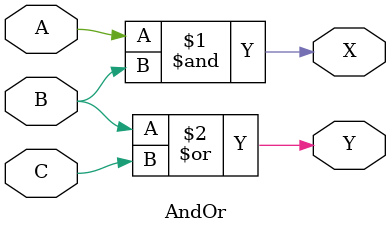
<source format=v>

module AndOr(output X, Y, input A, B, C);
  //
  assign #10 X = A & B;
  assign #10 Y = B | C;
  //
endmodule // AndOr
</source>
